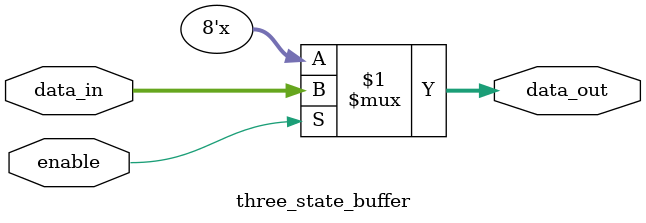
<source format=v>
module three_state_buffer (
    input wire [7:0] data_in,
    input wire enable,
    output wire [7:0] data_out
);
    assign data_out = enable ? data_in : 8'bz;
endmodule
</source>
